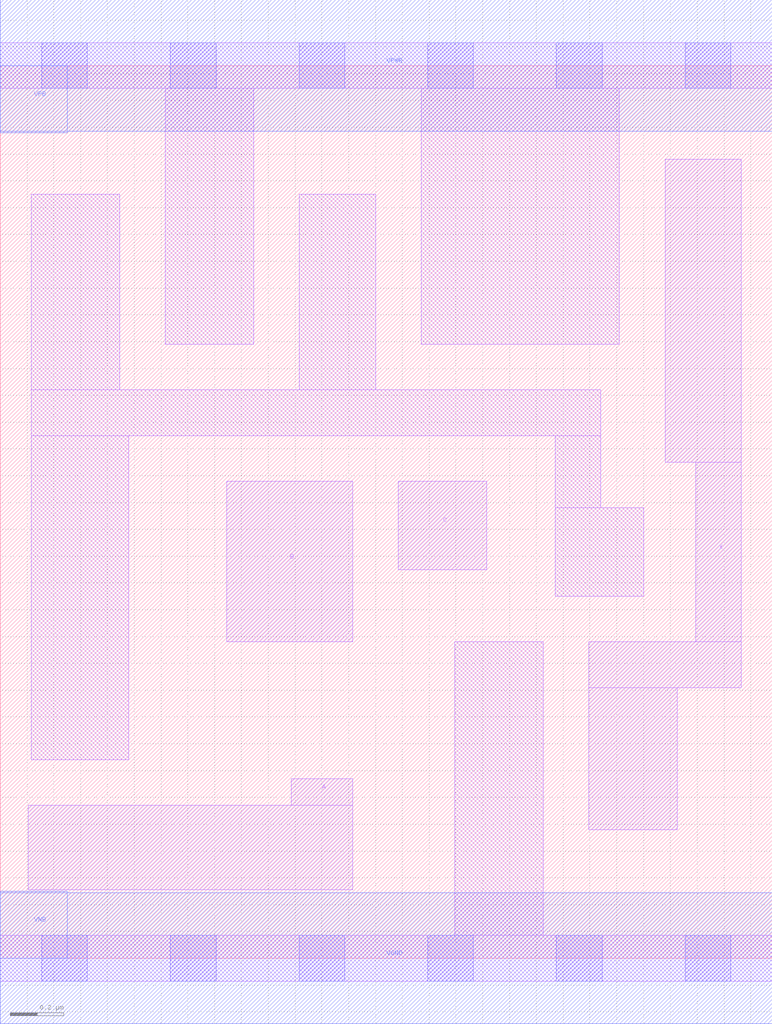
<source format=lef>
# Copyright 2020 The SkyWater PDK Authors
#
# Licensed under the Apache License, Version 2.0 (the "License");
# you may not use this file except in compliance with the License.
# You may obtain a copy of the License at
#
#     https://www.apache.org/licenses/LICENSE-2.0
#
# Unless required by applicable law or agreed to in writing, software
# distributed under the License is distributed on an "AS IS" BASIS,
# WITHOUT WARRANTIES OR CONDITIONS OF ANY KIND, either express or implied.
# See the License for the specific language governing permissions and
# limitations under the License.
#
# SPDX-License-Identifier: Apache-2.0

VERSION 5.5 ;
NAMESCASESENSITIVE ON ;
BUSBITCHARS "[]" ;
DIVIDERCHAR "/" ;
MACRO sky130_fd_sc_hs__and3_1
  CLASS CORE ;
  SOURCE USER ;
  ORIGIN  0.000000  0.000000 ;
  SIZE  2.880000 BY  3.330000 ;
  SYMMETRY X Y ;
  SITE unit ;
  PIN A
    ANTENNAGATEAREA  0.222000 ;
    DIRECTION INPUT ;
    USE SIGNAL ;
    PORT
      LAYER li1 ;
        RECT 0.105000 0.255000 1.315000 0.570000 ;
        RECT 1.085000 0.570000 1.315000 0.670000 ;
    END
  END A
  PIN B
    ANTENNAGATEAREA  0.222000 ;
    DIRECTION INPUT ;
    USE SIGNAL ;
    PORT
      LAYER li1 ;
        RECT 0.845000 1.180000 1.315000 1.780000 ;
    END
  END B
  PIN C
    ANTENNAGATEAREA  0.222000 ;
    DIRECTION INPUT ;
    USE SIGNAL ;
    PORT
      LAYER li1 ;
        RECT 1.485000 1.450000 1.815000 1.780000 ;
    END
  END C
  PIN X
    ANTENNADIFFAREA  0.541300 ;
    DIRECTION OUTPUT ;
    USE SIGNAL ;
    PORT
      LAYER li1 ;
        RECT 2.195000 0.480000 2.525000 1.010000 ;
        RECT 2.195000 1.010000 2.765000 1.180000 ;
        RECT 2.480000 1.850000 2.765000 2.980000 ;
        RECT 2.595000 1.180000 2.765000 1.850000 ;
    END
  END X
  PIN VGND
    DIRECTION INOUT ;
    USE GROUND ;
    PORT
      LAYER met1 ;
        RECT 0.000000 -0.245000 2.880000 0.245000 ;
    END
  END VGND
  PIN VNB
    DIRECTION INOUT ;
    USE GROUND ;
    PORT
    END
  END VNB
  PIN VPB
    DIRECTION INOUT ;
    USE POWER ;
    PORT
    END
  END VPB
  PIN VNB
    DIRECTION INOUT ;
    USE GROUND ;
    PORT
      LAYER met1 ;
        RECT 0.000000 0.000000 0.250000 0.250000 ;
    END
  END VNB
  PIN VPB
    DIRECTION INOUT ;
    USE POWER ;
    PORT
      LAYER met1 ;
        RECT 0.000000 3.080000 0.250000 3.330000 ;
    END
  END VPB
  PIN VPWR
    DIRECTION INOUT ;
    USE POWER ;
    PORT
      LAYER met1 ;
        RECT 0.000000 3.085000 2.880000 3.575000 ;
    END
  END VPWR
  OBS
    LAYER li1 ;
      RECT 0.000000 -0.085000 2.880000 0.085000 ;
      RECT 0.000000  3.245000 2.880000 3.415000 ;
      RECT 0.115000  0.740000 0.480000 1.950000 ;
      RECT 0.115000  1.950000 2.240000 2.120000 ;
      RECT 0.115000  2.120000 0.445000 2.850000 ;
      RECT 0.615000  2.290000 0.945000 3.245000 ;
      RECT 1.115000  2.120000 1.400000 2.850000 ;
      RECT 1.570000  2.290000 2.310000 3.245000 ;
      RECT 1.695000  0.085000 2.025000 1.180000 ;
      RECT 2.070000  1.350000 2.400000 1.680000 ;
      RECT 2.070000  1.680000 2.240000 1.950000 ;
    LAYER mcon ;
      RECT 0.155000 -0.085000 0.325000 0.085000 ;
      RECT 0.155000  3.245000 0.325000 3.415000 ;
      RECT 0.635000 -0.085000 0.805000 0.085000 ;
      RECT 0.635000  3.245000 0.805000 3.415000 ;
      RECT 1.115000 -0.085000 1.285000 0.085000 ;
      RECT 1.115000  3.245000 1.285000 3.415000 ;
      RECT 1.595000 -0.085000 1.765000 0.085000 ;
      RECT 1.595000  3.245000 1.765000 3.415000 ;
      RECT 2.075000 -0.085000 2.245000 0.085000 ;
      RECT 2.075000  3.245000 2.245000 3.415000 ;
      RECT 2.555000 -0.085000 2.725000 0.085000 ;
      RECT 2.555000  3.245000 2.725000 3.415000 ;
  END
END sky130_fd_sc_hs__and3_1
END LIBRARY

</source>
